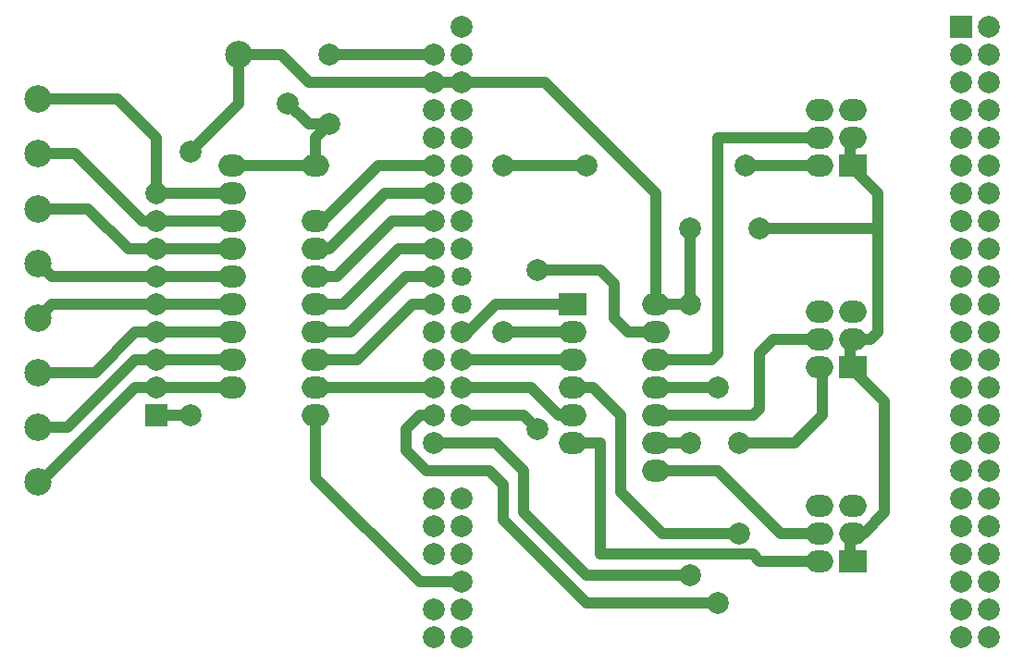
<source format=gbl>
G04 (created by PCBNEW (2013-jul-07)-stable) date Fri 04 Mar 2016 16:08:36 GMT*
%MOIN*%
G04 Gerber Fmt 3.4, Leading zero omitted, Abs format*
%FSLAX34Y34*%
G01*
G70*
G90*
G04 APERTURE LIST*
%ADD10C,0.00590551*%
%ADD11R,0.0984252X0.0787402*%
%ADD12O,0.0984252X0.0787402*%
%ADD13R,0.0787402X0.0787402*%
%ADD14C,0.0787402*%
%ADD15C,0.0984252*%
%ADD16C,0.0708661*%
%ADD17C,0.0393701*%
G04 APERTURE END LIST*
G54D10*
G54D11*
X107348Y-60250D03*
G54D12*
X106151Y-60250D03*
X107348Y-59250D03*
X106151Y-59250D03*
X107348Y-58250D03*
X106151Y-58250D03*
G54D11*
X107348Y-67500D03*
G54D12*
X106151Y-67500D03*
X107348Y-66500D03*
X106151Y-66500D03*
X107348Y-65500D03*
X106151Y-65500D03*
G54D11*
X107348Y-74500D03*
G54D12*
X106151Y-74500D03*
X107348Y-73500D03*
X106151Y-73500D03*
X107348Y-72500D03*
X106151Y-72500D03*
G54D13*
X82250Y-69250D03*
G54D14*
X82250Y-68250D03*
X82250Y-67250D03*
X82250Y-66250D03*
X82250Y-65250D03*
X82250Y-64250D03*
X82250Y-63250D03*
X82250Y-62250D03*
X82250Y-61250D03*
G54D15*
X78000Y-71639D03*
X78000Y-69671D03*
X78000Y-67702D03*
X78000Y-65734D03*
X78000Y-63765D03*
X78000Y-61797D03*
X78000Y-57860D03*
X78000Y-59828D03*
G54D12*
X85000Y-60250D03*
X85000Y-61250D03*
X85000Y-62250D03*
X85000Y-63250D03*
X85000Y-64250D03*
X85000Y-65250D03*
X85000Y-66250D03*
X85000Y-67250D03*
X85000Y-68250D03*
X88000Y-69250D03*
X88000Y-68250D03*
X88000Y-67250D03*
X88000Y-66250D03*
X88000Y-65250D03*
X88000Y-64250D03*
X88000Y-63250D03*
X88000Y-62250D03*
X88000Y-60250D03*
G54D11*
X97250Y-65250D03*
G54D12*
X97250Y-66250D03*
X97250Y-67250D03*
X97250Y-68250D03*
X97250Y-69250D03*
X97250Y-70250D03*
X100250Y-71250D03*
X100250Y-70250D03*
X100250Y-69250D03*
X100250Y-68250D03*
X100250Y-67250D03*
X100250Y-66250D03*
X100250Y-65250D03*
G54D14*
X88500Y-58750D03*
X101500Y-65250D03*
X93250Y-55250D03*
X92250Y-56250D03*
X93250Y-56250D03*
X92250Y-57250D03*
X93250Y-57250D03*
X92250Y-58250D03*
X93250Y-58250D03*
X92250Y-59250D03*
X93250Y-59250D03*
X92250Y-60250D03*
X93250Y-60250D03*
X92250Y-61250D03*
X93250Y-61250D03*
X92250Y-62250D03*
X93250Y-62250D03*
X92250Y-63250D03*
X93250Y-63250D03*
X92250Y-64250D03*
G54D16*
X93250Y-64250D03*
G54D14*
X92250Y-65250D03*
G54D16*
X93250Y-65250D03*
G54D14*
X92250Y-66250D03*
X93250Y-66250D03*
X92250Y-67250D03*
X93250Y-67250D03*
X92250Y-68250D03*
X93250Y-68250D03*
X92250Y-69250D03*
X93250Y-69250D03*
X92250Y-70250D03*
X92250Y-72250D03*
X93250Y-72250D03*
X92250Y-73250D03*
X93250Y-73250D03*
X92250Y-74250D03*
X93250Y-74250D03*
X93250Y-75250D03*
X92250Y-76250D03*
X93250Y-76250D03*
X92250Y-77250D03*
X93250Y-77250D03*
G54D13*
X111250Y-55250D03*
G54D14*
X112250Y-55250D03*
X111250Y-56250D03*
X112250Y-56250D03*
X111250Y-57250D03*
X112250Y-57250D03*
X111250Y-58250D03*
X112250Y-58250D03*
X111250Y-59250D03*
X112250Y-59250D03*
X111250Y-60250D03*
X112250Y-60250D03*
X111250Y-61250D03*
X112250Y-61250D03*
X111250Y-62250D03*
X112250Y-62250D03*
X111250Y-63250D03*
X112250Y-63250D03*
X111250Y-64250D03*
X112250Y-64250D03*
X111250Y-65250D03*
X112250Y-65250D03*
X111250Y-66250D03*
X112250Y-66250D03*
X111250Y-67250D03*
X112250Y-67250D03*
X111250Y-68250D03*
X112250Y-68250D03*
X111250Y-69250D03*
X112250Y-69250D03*
X111250Y-70250D03*
X112250Y-70250D03*
X111250Y-71250D03*
X112250Y-71250D03*
X111250Y-72250D03*
X112250Y-72250D03*
X111250Y-73250D03*
X112250Y-73250D03*
X111250Y-74250D03*
X112250Y-74250D03*
X111250Y-75250D03*
X112250Y-75250D03*
X111250Y-76250D03*
X112250Y-76250D03*
X111250Y-77250D03*
X112250Y-77250D03*
G54D15*
X85234Y-56250D03*
G54D14*
X88500Y-56250D03*
X87000Y-58000D03*
X83500Y-59750D03*
X83500Y-69250D03*
X101500Y-62500D03*
X104000Y-62500D03*
X96000Y-64000D03*
X96000Y-69750D03*
X103500Y-60250D03*
X97750Y-60250D03*
X94750Y-60250D03*
X94750Y-66250D03*
X102500Y-76000D03*
X102500Y-68250D03*
X103250Y-70250D03*
X103250Y-73500D03*
X101500Y-75000D03*
X101500Y-70250D03*
G54D17*
X88500Y-58750D02*
X87750Y-58750D01*
X88500Y-56250D02*
X92250Y-56250D01*
X87750Y-58750D02*
X87000Y-58000D01*
X88000Y-60250D02*
X88000Y-59250D01*
X88000Y-59250D02*
X88500Y-58750D01*
X85000Y-60250D02*
X88000Y-60250D01*
X85234Y-56250D02*
X86750Y-56250D01*
X87750Y-57250D02*
X92250Y-57250D01*
X86750Y-56250D02*
X87750Y-57250D01*
X82250Y-69250D02*
X83500Y-69250D01*
X85234Y-58015D02*
X85234Y-56250D01*
X83500Y-59750D02*
X85234Y-58015D01*
X107250Y-73500D02*
X107750Y-73500D01*
X108500Y-68750D02*
X107250Y-67500D01*
X108500Y-72750D02*
X108500Y-68750D01*
X107750Y-73500D02*
X108500Y-72750D01*
X107250Y-66500D02*
X108000Y-66500D01*
X108250Y-66250D02*
X108250Y-62500D01*
X108000Y-66500D02*
X108250Y-66250D01*
X107250Y-67500D02*
X107250Y-66500D01*
X108250Y-62500D02*
X108250Y-61250D01*
X108250Y-61250D02*
X107250Y-60250D01*
X107250Y-60250D02*
X107250Y-59250D01*
X101500Y-65250D02*
X101500Y-62500D01*
X104000Y-62500D02*
X108250Y-62500D01*
X100250Y-65250D02*
X100250Y-61250D01*
X96250Y-57250D02*
X94250Y-57250D01*
X94250Y-57250D02*
X93250Y-57250D01*
X100250Y-61250D02*
X96250Y-57250D01*
X92250Y-57250D02*
X93250Y-57250D01*
X100250Y-65250D02*
X101500Y-65250D01*
X107250Y-73500D02*
X107250Y-74500D01*
X82250Y-61250D02*
X82250Y-59250D01*
X80860Y-57860D02*
X78000Y-57860D01*
X82250Y-59250D02*
X80860Y-57860D01*
X82250Y-61250D02*
X85000Y-61250D01*
X88000Y-62250D02*
X88250Y-62250D01*
X90250Y-60250D02*
X92250Y-60250D01*
X88250Y-62250D02*
X90250Y-60250D01*
X82250Y-62250D02*
X81750Y-62250D01*
X79328Y-59828D02*
X78000Y-59828D01*
X81750Y-62250D02*
X79328Y-59828D01*
X82250Y-62250D02*
X85000Y-62250D01*
X88000Y-63250D02*
X88500Y-63250D01*
X90500Y-61250D02*
X92250Y-61250D01*
X88500Y-63250D02*
X90500Y-61250D01*
X82250Y-63250D02*
X81250Y-63250D01*
X79797Y-61797D02*
X78000Y-61797D01*
X81250Y-63250D02*
X79797Y-61797D01*
X82250Y-63250D02*
X85000Y-63250D01*
X88000Y-64250D02*
X88750Y-64250D01*
X90750Y-62250D02*
X92250Y-62250D01*
X88750Y-64250D02*
X90750Y-62250D01*
X82250Y-68250D02*
X81500Y-68250D01*
X78110Y-71639D02*
X78000Y-71639D01*
X81500Y-68250D02*
X78110Y-71639D01*
X82250Y-68250D02*
X85000Y-68250D01*
X93250Y-75250D02*
X91750Y-75250D01*
X88000Y-71500D02*
X88000Y-69250D01*
X91750Y-75250D02*
X88000Y-71500D01*
X78000Y-69671D02*
X79078Y-69671D01*
X81500Y-67250D02*
X82250Y-67250D01*
X79078Y-69671D02*
X81500Y-67250D01*
X82250Y-67250D02*
X85000Y-67250D01*
X88000Y-68250D02*
X92250Y-68250D01*
X106250Y-59250D02*
X102500Y-59250D01*
X102250Y-67250D02*
X100250Y-67250D01*
X102500Y-67000D02*
X102250Y-67250D01*
X102500Y-59250D02*
X102500Y-67000D01*
X93250Y-69250D02*
X95500Y-69250D01*
X99250Y-66250D02*
X100250Y-66250D01*
X98750Y-65750D02*
X99250Y-66250D01*
X98750Y-64500D02*
X98750Y-65750D01*
X98250Y-64000D02*
X98750Y-64500D01*
X96000Y-64000D02*
X98250Y-64000D01*
X95500Y-69250D02*
X96000Y-69750D01*
X82250Y-64250D02*
X78484Y-64250D01*
X78484Y-64250D02*
X78000Y-63765D01*
X82250Y-64250D02*
X85000Y-64250D01*
X88000Y-65250D02*
X89000Y-65250D01*
X91000Y-63250D02*
X92250Y-63250D01*
X89000Y-65250D02*
X91000Y-63250D01*
X97250Y-66250D02*
X94750Y-66250D01*
X103500Y-60250D02*
X106250Y-60250D01*
X94750Y-60250D02*
X97750Y-60250D01*
X93250Y-66250D02*
X93500Y-66250D01*
X94500Y-65250D02*
X97250Y-65250D01*
X93500Y-66250D02*
X94500Y-65250D01*
X100250Y-69250D02*
X103750Y-69250D01*
X104500Y-66500D02*
X106250Y-66500D01*
X104000Y-67000D02*
X104500Y-66500D01*
X104000Y-69000D02*
X104000Y-67000D01*
X103750Y-69250D02*
X104000Y-69000D01*
X100250Y-68250D02*
X101750Y-68250D01*
X91750Y-69250D02*
X91250Y-69750D01*
X91250Y-69750D02*
X91250Y-70500D01*
X91250Y-70500D02*
X92000Y-71250D01*
X92000Y-71250D02*
X94250Y-71250D01*
X94250Y-71250D02*
X94750Y-71750D01*
X94750Y-71750D02*
X94750Y-73000D01*
X94750Y-73000D02*
X97750Y-76000D01*
X97750Y-76000D02*
X102500Y-76000D01*
X102500Y-68250D02*
X101750Y-68250D01*
X91750Y-69250D02*
X92250Y-69250D01*
X82250Y-65250D02*
X78484Y-65250D01*
X78484Y-65250D02*
X78000Y-65734D01*
X82250Y-65250D02*
X85000Y-65250D01*
X88000Y-66250D02*
X89250Y-66250D01*
X91250Y-64250D02*
X92250Y-64250D01*
X89250Y-66250D02*
X91250Y-64250D01*
X97250Y-68250D02*
X98000Y-68250D01*
X106250Y-69250D02*
X106250Y-67500D01*
X105250Y-70250D02*
X106250Y-69250D01*
X103250Y-70250D02*
X105250Y-70250D01*
X100500Y-73500D02*
X103250Y-73500D01*
X99000Y-72000D02*
X100500Y-73500D01*
X99000Y-69250D02*
X99000Y-72000D01*
X98000Y-68250D02*
X99000Y-69250D01*
X93250Y-67250D02*
X97250Y-67250D01*
X100250Y-71250D02*
X102500Y-71250D01*
X104750Y-73500D02*
X106250Y-73500D01*
X102500Y-71250D02*
X104750Y-73500D01*
X100250Y-70250D02*
X101500Y-70250D01*
X94500Y-70250D02*
X92250Y-70250D01*
X95500Y-71250D02*
X94500Y-70250D01*
X95500Y-72750D02*
X95500Y-71250D01*
X97750Y-75000D02*
X95500Y-72750D01*
X101500Y-75000D02*
X97750Y-75000D01*
X82250Y-66250D02*
X81500Y-66250D01*
X80047Y-67702D02*
X78000Y-67702D01*
X81500Y-66250D02*
X80047Y-67702D01*
X82250Y-66250D02*
X85000Y-66250D01*
X88000Y-67250D02*
X89500Y-67250D01*
X91500Y-65250D02*
X92250Y-65250D01*
X89500Y-67250D02*
X91500Y-65250D01*
X97250Y-70250D02*
X98250Y-70250D01*
X104000Y-74500D02*
X106250Y-74500D01*
X103750Y-74250D02*
X104000Y-74500D01*
X98250Y-74250D02*
X103750Y-74250D01*
X98250Y-70250D02*
X98250Y-74250D01*
X93250Y-68250D02*
X95750Y-68250D01*
X96750Y-69250D02*
X97250Y-69250D01*
X95750Y-68250D02*
X96750Y-69250D01*
M02*

</source>
